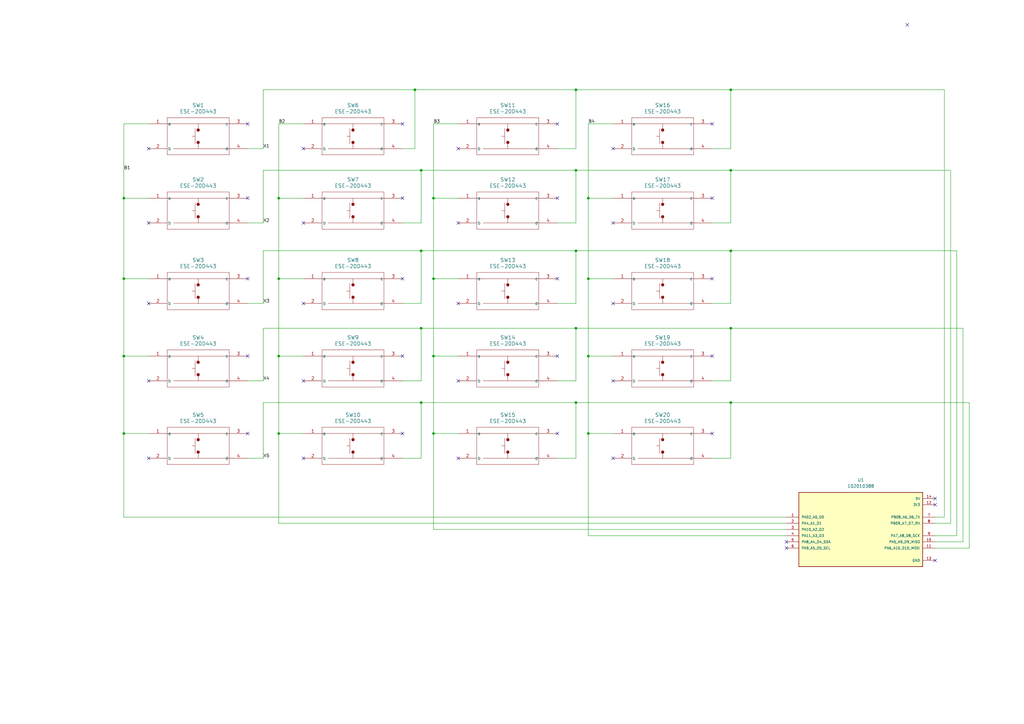
<source format=kicad_sch>
(kicad_sch (version 20250114) (generator "eeschema") (generator_version "9.0")
  (paper "A3")
  (lib_symbols
    (symbol "2025-05-18_22-54-36:ESE-20D443" (pin_names (offset 0.254))
      (property "Reference" "SW" (at 20.32 7.62 0))
      (property "Value" "ESE-20D443" (at 20.32 5.08 0))
      (symbol "ESE-20D443_0_1"
        (polyline (pts (xy 7.62 2.54) (xy 7.62 -12.7)) (stroke (width 0.127)))
        (polyline (pts (xy 7.62 0) (xy 33.02 0)) (stroke (width 0.127)))
        (polyline (pts (xy 7.62 -12.7) (xy 33.02 -12.7)) (stroke (width 0.127)))
        (polyline (pts (xy 10.16 -10.16) (xy 33.02 -10.16)) (stroke (width 0.127)))
        (polyline (pts (xy 19.05 -1.905) (xy 19.05 -8.255)) (stroke (width 0.127)))
        (polyline (pts (xy 19.05 -5.08) (xy 17.78 -5.08)) (stroke (width 0.127)))
        (polyline (pts (xy 20.32 0) (xy 20.32 -2.54)) (stroke (width 0.127)))
        (circle (center 20.32 -2.54) (radius 0.127) (stroke (width 0.508)))
        (polyline (pts (xy 20.32 -7.62) (xy 20.32 -10.16)) (stroke (width 0.127)))
        (circle (center 20.32 -7.62) (radius 0.127) (stroke (width 0.508)))
        (polyline (pts (xy 33.02 2.54) (xy 7.62 2.54)) (stroke (width 0.127)))
        (polyline (pts (xy 33.02 -12.7) (xy 33.02 2.54)) (stroke (width 0.127)))
        (pin unspecified line (at 0 0 0) (length 7.62) (name "a") (number "1"))
        (pin unspecified line (at 0 -10.16 0) (length 7.62) (name "b") (number "2"))
        (pin unspecified line (at 40.64 -10.16 180) (length 7.62) (name "d") (number "4"))
      )
      (symbol "ESE-20D443_1_1"
        (pin unspecified line (at 40.64 0 180) (length 7.62) (name "c") (number "3"))
      )
    )
    (symbol "SeedStudio:102010388" (pin_names (offset 1.016))
      (property "Reference" "U" (at -25.4 16.002 0))
      (property "Value" "102010388" (at -25.4 -17.78 0))
      (symbol "102010388_0_0"
        (rectangle (start -25.4 15.24) (end 25.4 -15.24) (stroke (width 0.254)) (fill (type background)))
        (pin bidirectional line (at -30.48 5.08 0) (length 5.08) (name "PA02_A0_D0") (number "1"))
        (pin bidirectional line (at -30.48 2.54 0) (length 5.08) (name "PA4_A1_D1") (number "2"))
        (pin bidirectional line (at -30.48 0 0) (length 5.08) (name "PA10_A2_D2") (number "3"))
        (pin bidirectional line (at -30.48 -2.54 0) (length 5.08) (name "PA11_A3_D3") (number "4"))
        (pin bidirectional line (at -30.48 -5.08 0) (length 5.08) (name "PA8_A4_D4_SDA") (number "5"))
        (pin bidirectional line (at -30.48 -7.62 0) (length 5.08) (name "PA9_A5_D5_SCL") (number "6"))
        (pin power_in line (at 30.48 12.7 180) (length 5.08) (name "5V") (number "14"))
        (pin power_in line (at 30.48 10.16 180) (length 5.08) (name "3V3") (number "12"))
        (pin bidirectional line (at 30.48 5.08 180) (length 5.08) (name "PB08_A6_D6_TX") (number "7"))
        (pin bidirectional line (at 30.48 2.54 180) (length 5.08) (name "PB09_A7_D7_RX") (number "8"))
        (pin bidirectional line (at 30.48 -2.54 180) (length 5.08) (name "PA7_A8_D8_SCK") (number "9"))
        (pin bidirectional line (at 30.48 -5.08 180) (length 5.08) (name "PA5_A9_D9_MISO") (number "10"))
        (pin bidirectional line (at 30.48 -7.62 180) (length 5.08) (name "PA6_A10_D10_MOSI") (number "11"))
        (pin power_in line (at 30.48 -12.7 180) (length 5.08) (name "GND") (number "13"))
      )
    )
  )
  (junction (at 114.3 146.05))
  (junction (at 299.72 134.62))
  (junction (at 241.3 81.28))
  (junction (at 236.22 36.83))
  (junction (at 177.8 177.8))
  (junction (at 241.3 177.8))
  (junction (at 50.8 81.28))
  (junction (at 50.8 146.05))
  (junction (at 114.3 177.8))
  (junction (at 236.22 165.1))
  (junction (at 177.8 146.05))
  (junction (at 236.22 69.85))
  (junction (at 170.18 36.83))
  (junction (at 236.22 134.62))
  (junction (at 236.22 102.87))
  (junction (at 241.3 146.05))
  (junction (at 241.3 114.3))
  (junction (at 299.72 69.85))
  (junction (at 114.3 114.3))
  (junction (at 50.8 114.3))
  (junction (at 172.72 69.85))
  (junction (at 299.72 165.1))
  (junction (at 172.72 102.87))
  (junction (at 177.8 81.28))
  (junction (at 172.72 165.1))
  (junction (at 50.8 177.8))
  (junction (at 299.72 102.87))
  (junction (at 172.72 134.62))
  (junction (at 299.72 36.83))
  (junction (at 177.8 114.3))
  (junction (at 114.3 81.28))
  (no_connect (at 165.1 114.3))
  (no_connect (at 292.1 177.8))
  (no_connect (at 60.96 124.46))
  (no_connect (at 101.6 146.05))
  (no_connect (at 228.6 114.3))
  (no_connect (at 292.1 50.8))
  (no_connect (at 228.6 177.8))
  (no_connect (at 165.1 50.8))
  (no_connect (at 101.6 114.3))
  (no_connect (at 124.46 91.44))
  (no_connect (at 251.46 156.21))
  (no_connect (at 124.46 187.96))
  (no_connect (at 383.54 229.87))
  (no_connect (at 187.96 124.46))
  (no_connect (at 251.46 124.46))
  (no_connect (at 124.46 60.96))
  (no_connect (at 383.54 207.01))
  (no_connect (at 187.96 156.21))
  (no_connect (at 165.1 177.8))
  (no_connect (at 101.6 50.8))
  (no_connect (at 60.96 60.96))
  (no_connect (at 187.96 60.96))
  (no_connect (at 383.54 204.47))
  (no_connect (at 187.96 187.96))
  (no_connect (at -99.06 66.04))
  (no_connect (at 228.6 81.28))
  (no_connect (at 124.46 124.46))
  (no_connect (at 60.96 156.21))
  (no_connect (at 165.1 81.28))
  (no_connect (at 101.6 177.8))
  (no_connect (at 322.58 224.79))
  (no_connect (at 292.1 114.3))
  (no_connect (at 124.46 156.21))
  (no_connect (at 228.6 50.8))
  (no_connect (at 292.1 146.05))
  (no_connect (at 251.46 91.44))
  (no_connect (at 251.46 60.96))
  (no_connect (at 187.96 91.44))
  (no_connect (at 60.96 187.96))
  (no_connect (at 372.11 10.16))
  (no_connect (at 228.6 146.05))
  (no_connect (at 101.6 81.28))
  (no_connect (at 165.1 146.05))
  (no_connect (at 322.58 222.25))
  (no_connect (at 292.1 81.28))
  (no_connect (at 251.46 187.96))
  (no_connect (at 60.96 91.44))
  (wire (pts (xy 299.72 124.46) (xy 292.1 124.46)))
  (wire (pts (xy 101.6 60.96) (xy 107.95 60.96)))
  (wire (pts (xy 236.22 69.85) (xy 299.72 69.85)))
  (wire (pts (xy 177.8 177.8) (xy 187.96 177.8)))
  (wire (pts (xy 299.72 91.44) (xy 292.1 91.44)))
  (wire (pts (xy 107.95 60.96) (xy 107.95 36.83)))
  (wire (pts (xy 392.43 219.71) (xy 383.54 219.71)))
  (wire (pts (xy 50.8 146.05) (xy 60.96 146.05)))
  (wire (pts (xy 172.72 102.87) (xy 172.72 124.46)))
  (wire (pts (xy 392.43 102.87) (xy 392.43 219.71)))
  (wire (pts (xy 177.8 146.05) (xy 187.96 146.05)))
  (wire (pts (xy 107.95 102.87) (xy 172.72 102.87)))
  (wire (pts (xy 241.3 50.8) (xy 241.3 81.28)))
  (wire (pts (xy 236.22 36.83) (xy 236.22 60.96)))
  (wire (pts (xy 107.95 91.44) (xy 107.95 69.85)))
  (wire (pts (xy 114.3 146.05) (xy 114.3 177.8)))
  (wire (pts (xy 114.3 146.05) (xy 124.46 146.05)))
  (wire (pts (xy 50.8 146.05) (xy 50.8 177.8)))
  (wire (pts (xy 114.3 177.8) (xy 114.3 214.63)))
  (wire (pts (xy 172.72 165.1) (xy 236.22 165.1)))
  (wire (pts (xy 299.72 165.1) (xy 299.72 187.96)))
  (wire (pts (xy 165.1 156.21) (xy 172.72 156.21)))
  (wire (pts (xy 50.8 50.8) (xy 50.8 81.28)))
  (wire (pts (xy 172.72 134.62) (xy 172.72 156.21)))
  (wire (pts (xy 241.3 177.8) (xy 241.3 219.71)))
  (wire (pts (xy 397.51 224.79) (xy 383.54 224.79)))
  (wire (pts (xy 107.95 187.96) (xy 107.95 165.1)))
  (wire (pts (xy 387.35 212.09) (xy 383.54 212.09)))
  (wire (pts (xy 177.8 114.3) (xy 187.96 114.3)))
  (wire (pts (xy 228.6 156.21) (xy 236.22 156.21)))
  (wire (pts (xy 177.8 50.8) (xy 177.8 81.28)))
  (wire (pts (xy 241.3 146.05) (xy 251.46 146.05)))
  (wire (pts (xy 165.1 60.96) (xy 170.18 60.96)))
  (wire (pts (xy 299.72 60.96) (xy 292.1 60.96)))
  (wire (pts (xy 107.95 124.46) (xy 107.95 102.87)))
  (wire (pts (xy 299.72 187.96) (xy 292.1 187.96)))
  (wire (pts (xy 241.3 114.3) (xy 241.3 146.05)))
  (wire (pts (xy 228.6 60.96) (xy 236.22 60.96)))
  (wire (pts (xy 228.6 187.96) (xy 236.22 187.96)))
  (wire (pts (xy 177.8 177.8) (xy 177.8 217.17)))
  (wire (pts (xy 107.95 165.1) (xy 172.72 165.1)))
  (wire (pts (xy 299.72 134.62) (xy 394.97 134.62)))
  (wire (pts (xy 50.8 177.8) (xy 60.96 177.8)))
  (wire (pts (xy 114.3 81.28) (xy 114.3 114.3)))
  (wire (pts (xy 177.8 81.28) (xy 177.8 114.3)))
  (wire (pts (xy 389.89 214.63) (xy 383.54 214.63)))
  (wire (pts (xy 165.1 124.46) (xy 172.72 124.46)))
  (wire (pts (xy 187.96 50.8) (xy 177.8 50.8)))
  (wire (pts (xy 114.3 214.63) (xy 322.58 214.63)))
  (wire (pts (xy 60.96 50.8) (xy 50.8 50.8)))
  (wire (pts (xy 107.95 69.85) (xy 172.72 69.85)))
  (wire (pts (xy 236.22 102.87) (xy 236.22 124.46)))
  (wire (pts (xy 177.8 81.28) (xy 187.96 81.28)))
  (wire (pts (xy 172.72 102.87) (xy 236.22 102.87)))
  (wire (pts (xy 251.46 50.8) (xy 241.3 50.8)))
  (wire (pts (xy 177.8 114.3) (xy 177.8 146.05)))
  (wire (pts (xy 177.8 146.05) (xy 177.8 177.8)))
  (wire (pts (xy 394.97 222.25) (xy 383.54 222.25)))
  (wire (pts (xy 114.3 177.8) (xy 124.46 177.8)))
  (wire (pts (xy 236.22 165.1) (xy 236.22 187.96)))
  (wire (pts (xy 299.72 102.87) (xy 299.72 124.46)))
  (wire (pts (xy 299.72 36.83) (xy 299.72 60.96)))
  (wire (pts (xy 50.8 114.3) (xy 50.8 146.05)))
  (wire (pts (xy 172.72 69.85) (xy 236.22 69.85)))
  (wire (pts (xy 236.22 165.1) (xy 299.72 165.1)))
  (wire (pts (xy 228.6 91.44) (xy 236.22 91.44)))
  (wire (pts (xy 299.72 69.85) (xy 389.89 69.85)))
  (wire (pts (xy 170.18 36.83) (xy 236.22 36.83)))
  (wire (pts (xy 101.6 91.44) (xy 107.95 91.44)))
  (wire (pts (xy 124.46 50.8) (xy 114.3 50.8)))
  (wire (pts (xy 107.95 36.83) (xy 170.18 36.83)))
  (wire (pts (xy 50.8 114.3) (xy 60.96 114.3)))
  (wire (pts (xy 299.72 69.85) (xy 299.72 91.44)))
  (wire (pts (xy 299.72 36.83) (xy 387.35 36.83)))
  (wire (pts (xy 299.72 134.62) (xy 299.72 156.21)))
  (wire (pts (xy 236.22 36.83) (xy 299.72 36.83)))
  (wire (pts (xy 165.1 91.44) (xy 172.72 91.44)))
  (wire (pts (xy 107.95 134.62) (xy 172.72 134.62)))
  (wire (pts (xy 172.72 69.85) (xy 172.72 91.44)))
  (wire (pts (xy 236.22 134.62) (xy 236.22 156.21)))
  (wire (pts (xy 50.8 81.28) (xy 50.8 114.3)))
  (wire (pts (xy 107.95 156.21) (xy 107.95 134.62)))
  (wire (pts (xy 299.72 165.1) (xy 397.51 165.1)))
  (wire (pts (xy 114.3 50.8) (xy 114.3 81.28)))
  (wire (pts (xy 236.22 69.85) (xy 236.22 91.44)))
  (wire (pts (xy 101.6 156.21) (xy 107.95 156.21)))
  (wire (pts (xy 397.51 165.1) (xy 397.51 224.79)))
  (wire (pts (xy 241.3 146.05) (xy 241.3 177.8)))
  (wire (pts (xy 101.6 187.96) (xy 107.95 187.96)))
  (wire (pts (xy 299.72 156.21) (xy 292.1 156.21)))
  (wire (pts (xy 236.22 102.87) (xy 299.72 102.87)))
  (wire (pts (xy 228.6 124.46) (xy 236.22 124.46)))
  (wire (pts (xy 165.1 187.96) (xy 172.72 187.96)))
  (wire (pts (xy 236.22 134.62) (xy 299.72 134.62)))
  (wire (pts (xy 172.72 165.1) (xy 172.72 187.96)))
  (wire (pts (xy 177.8 217.17) (xy 322.58 217.17)))
  (wire (pts (xy 389.89 69.85) (xy 389.89 214.63)))
  (wire (pts (xy 241.3 177.8) (xy 251.46 177.8)))
  (wire (pts (xy 299.72 102.87) (xy 392.43 102.87)))
  (wire (pts (xy 241.3 81.28) (xy 241.3 114.3)))
  (wire (pts (xy 387.35 36.83) (xy 387.35 212.09)))
  (wire (pts (xy 241.3 114.3) (xy 251.46 114.3)))
  (wire (pts (xy 101.6 124.46) (xy 107.95 124.46)))
  (wire (pts (xy 114.3 114.3) (xy 124.46 114.3)))
  (wire (pts (xy 50.8 177.8) (xy 50.8 212.09)))
  (wire (pts (xy 50.8 212.09) (xy 322.58 212.09)))
  (wire (pts (xy 394.97 134.62) (xy 394.97 222.25)))
  (wire (pts (xy 172.72 134.62) (xy 236.22 134.62)))
  (wire (pts (xy 50.8 81.28) (xy 60.96 81.28)))
  (wire (pts (xy 114.3 114.3) (xy 114.3 146.05)))
  (wire (pts (xy 241.3 81.28) (xy 251.46 81.28)))
  (wire (pts (xy 170.18 36.83) (xy 170.18 60.96)))
  (wire (pts (xy 114.3 81.28) (xy 124.46 81.28)))
  (wire (pts (xy 241.3 219.71) (xy 322.58 219.71)))
  (label "B4" (at 241.3 50.8 0))
  (label "X5" (at 107.95 187.96 0))
  (label "B3" (at 177.8 50.8 0))
  (label "B1" (at 50.8 69.85 0))
  (label "X4" (at 107.95 156.21 0))
  (label "X3" (at 107.95 124.46 0))
  (label "X2" (at 107.95 91.44 0))
  (label "B2" (at 114.3 50.8 0))
  (label "X1" (at 107.95 60.96 0))
  (symbol (lib_id "2025-05-18_22-54-36:ESE-20D443") (at 124.46 177.8 0) (unit 1)
    (property "Reference" "SW10" (at 144.78 170.18 0) (effects (font (size 1.524 1.524))))
    (property "Value" "ESE-20D443" (at 144.78 172.72 0) (effects (font (size 1.524 1.524))))
    (property "Footprint" "SW4_ESE-20D443_PAN" (effects (hide yes)))
    (property "Datasheet" "ESE-20D443" (effects (hide yes)))
  )
  (symbol (lib_id "2025-05-18_22-54-36:ESE-20D443") (at 251.46 177.8 0) (unit 1)
    (property "Reference" "SW20" (at 271.78 170.18 0) (effects (font (size 1.524 1.524))))
    (property "Value" "ESE-20D443" (at 271.78 172.72 0) (effects (font (size 1.524 1.524))))
    (property "Footprint" "SW4_ESE-20D443_PAN" (effects (hide yes)))
    (property "Datasheet" "ESE-20D443" (effects (hide yes)))
  )
  (symbol (lib_id "2025-05-18_22-54-36:ESE-20D443") (at 124.46 50.8 0) (unit 1)
    (property "Reference" "SW6" (at 144.78 43.18 0) (effects (font (size 1.524 1.524))))
    (property "Value" "ESE-20D443" (at 144.78 45.72 0) (effects (font (size 1.524 1.524))))
    (property "Footprint" "SW4_ESE-20D443_PAN" (effects (hide yes)))
    (property "Datasheet" "ESE-20D443" (effects (hide yes)))
  )
  (symbol (lib_id "2025-05-18_22-54-36:ESE-20D443") (at 60.96 146.05 0) (unit 1)
    (property "Reference" "SW4" (at 81.28 138.43 0) (effects (font (size 1.524 1.524))))
    (property "Value" "ESE-20D443" (at 81.28 140.97 0) (effects (font (size 1.524 1.524))))
    (property "Footprint" "SW4_ESE-20D443_PAN" (effects (hide yes)))
    (property "Datasheet" "ESE-20D443" (effects (hide yes)))
  )
  (symbol (lib_id "2025-05-18_22-54-36:ESE-20D443") (at 124.46 146.05 0) (unit 1)
    (property "Reference" "SW9" (at 144.78 138.43 0) (effects (font (size 1.524 1.524))))
    (property "Value" "ESE-20D443" (at 144.78 140.97 0) (effects (font (size 1.524 1.524))))
    (property "Footprint" "SW4_ESE-20D443_PAN" (effects (hide yes)))
    (property "Datasheet" "ESE-20D443" (effects (hide yes)))
  )
  (symbol (lib_id "2025-05-18_22-54-36:ESE-20D443") (at 60.96 81.28 0) (unit 1)
    (property "Reference" "SW2" (at 81.28 73.66 0) (effects (font (size 1.524 1.524))))
    (property "Value" "ESE-20D443" (at 81.28 76.2 0) (effects (font (size 1.524 1.524))))
    (property "Footprint" "SW4_ESE-20D443_PAN" (effects (hide yes)))
    (property "Datasheet" "ESE-20D443" (effects (hide yes)))
  )
  (symbol (lib_id "2025-05-18_22-54-36:ESE-20D443") (at 251.46 146.05 0) (unit 1)
    (property "Reference" "SW19" (at 271.78 138.43 0) (effects (font (size 1.524 1.524))))
    (property "Value" "ESE-20D443" (at 271.78 140.97 0) (effects (font (size 1.524 1.524))))
    (property "Footprint" "SW4_ESE-20D443_PAN" (effects (hide yes)))
    (property "Datasheet" "ESE-20D443" (effects (hide yes)))
  )
  (symbol (lib_id "2025-05-18_22-54-36:ESE-20D443") (at 60.96 177.8 0) (unit 1)
    (property "Reference" "SW5" (at 81.28 170.18 0) (effects (font (size 1.524 1.524))))
    (property "Value" "ESE-20D443" (at 81.28 172.72 0) (effects (font (size 1.524 1.524))))
    (property "Footprint" "SW4_ESE-20D443_PAN" (effects (hide yes)))
    (property "Datasheet" "ESE-20D443" (effects (hide yes)))
  )
  (symbol (lib_id "2025-05-18_22-54-36:ESE-20D443") (at 187.96 177.8 0) (unit 1)
    (property "Reference" "SW15" (at 208.28 170.18 0) (effects (font (size 1.524 1.524))))
    (property "Value" "ESE-20D443" (at 208.28 172.72 0) (effects (font (size 1.524 1.524))))
    (property "Footprint" "SW4_ESE-20D443_PAN" (effects (hide yes)))
    (property "Datasheet" "ESE-20D443" (effects (hide yes)))
  )
  (symbol (lib_id "2025-05-18_22-54-36:ESE-20D443") (at 60.96 50.8 0) (unit 1)
    (property "Reference" "SW1" (at 81.28 43.18 0) (effects (font (size 1.524 1.524))))
    (property "Value" "ESE-20D443" (at 81.28 45.72 0) (effects (font (size 1.524 1.524))))
    (property "Footprint" "SW4_ESE-20D443_PAN" (effects (hide yes)))
    (property "Datasheet" "ESE-20D443" (effects (hide yes)))
  )
  (symbol (lib_id "2025-05-18_22-54-36:ESE-20D443") (at 251.46 81.28 0) (unit 1)
    (property "Reference" "SW17" (at 271.78 73.66 0) (effects (font (size 1.524 1.524))))
    (property "Value" "ESE-20D443" (at 271.78 76.2 0) (effects (font (size 1.524 1.524))))
    (property "Footprint" "SW4_ESE-20D443_PAN" (effects (hide yes)))
    (property "Datasheet" "ESE-20D443" (effects (hide yes)))
  )
  (symbol (lib_id "2025-05-18_22-54-36:ESE-20D443") (at 124.46 81.28 0) (unit 1)
    (property "Reference" "SW7" (at 144.78 73.66 0) (effects (font (size 1.524 1.524))))
    (property "Value" "ESE-20D443" (at 144.78 76.2 0) (effects (font (size 1.524 1.524))))
    (property "Footprint" "SW4_ESE-20D443_PAN" (effects (hide yes)))
    (property "Datasheet" "ESE-20D443" (effects (hide yes)))
  )
  (symbol (lib_id "SeedStudio:102010388") (at 353.06 217.17 0) (unit 1)
    (property "Reference" "U1" (at 353.06 196.85 0))
    (property "Value" "102010388" (at 353.06 199.39 0))
    (property "Footprint" "SeedStudio:MODULE_113991054" (effects (hide yes)))
    (property "MF" "Seeed Technology Co., Ltd" (effects (hide yes)))
    (property "MAXIMUM_PACKAGE_HEIGHT" "N/A" (effects (hide yes)))
    (property "Package" "None" (effects (hide yes)))
    (property "Price" "None" (effects (hide yes)))
    (property "Check_prices" "https://www.snapeda.com/parts/102010388/Seeed+Studio/view-part/?ref=eda" (effects (hide yes)))
    (property "STANDARD" "Manufacturer Recommendations" (effects (hide yes)))
    (property "PARTREV" "N/A" (effects (hide yes)))
    (property "SnapEDA_Link" "https://www.snapeda.com/parts/102010388/Seeed+Studio/view-part/?ref=snap" (effects (hide yes)))
    (property "MP" "102010388" (effects (hide yes)))
    (property "Description_1" "\n                        \n                            Seeeduino XIAO Development Board, Pre-Soldered [Seeed Studio] 102010388 Seeeduino XIAO Development Board, Pre-Soldered\n                        \n" (effects (hide yes)))
    (property "MANUFACTURER" "Seeed Technology" (effects (hide yes)))
    (property "Availability" "In Stock" (effects (hide yes)))
    (property "SNAPEDA_PN" "102010388" (effects (hide yes)))
  )
  (symbol (lib_id "2025-05-18_22-54-36:ESE-20D443") (at 251.46 114.3 0) (unit 1)
    (property "Reference" "SW18" (at 271.78 106.68 0) (effects (font (size 1.524 1.524))))
    (property "Value" "ESE-20D443" (at 271.78 109.22 0) (effects (font (size 1.524 1.524))))
    (property "Footprint" "SW4_ESE-20D443_PAN" (effects (hide yes)))
    (property "Datasheet" "ESE-20D443" (effects (hide yes)))
  )
  (symbol (lib_id "2025-05-18_22-54-36:ESE-20D443") (at 187.96 114.3 0) (unit 1)
    (property "Reference" "SW13" (at 208.28 106.68 0) (effects (font (size 1.524 1.524))))
    (property "Value" "ESE-20D443" (at 208.28 109.22 0) (effects (font (size 1.524 1.524))))
    (property "Footprint" "SW4_ESE-20D443_PAN" (effects (hide yes)))
    (property "Datasheet" "ESE-20D443" (effects (hide yes)))
  )
  (symbol (lib_id "2025-05-18_22-54-36:ESE-20D443") (at 124.46 114.3 0) (unit 1)
    (property "Reference" "SW8" (at 144.78 106.68 0) (effects (font (size 1.524 1.524))))
    (property "Value" "ESE-20D443" (at 144.78 109.22 0) (effects (font (size 1.524 1.524))))
    (property "Footprint" "SW4_ESE-20D443_PAN" (effects (hide yes)))
    (property "Datasheet" "ESE-20D443" (effects (hide yes)))
  )
  (symbol (lib_id "2025-05-18_22-54-36:ESE-20D443") (at 187.96 81.28 0) (unit 1)
    (property "Reference" "SW12" (at 208.28 73.66 0) (effects (font (size 1.524 1.524))))
    (property "Value" "ESE-20D443" (at 208.28 76.2 0) (effects (font (size 1.524 1.524))))
    (property "Footprint" "SW4_ESE-20D443_PAN" (effects (hide yes)))
    (property "Datasheet" "ESE-20D443" (effects (hide yes)))
  )
  (symbol (lib_id "2025-05-18_22-54-36:ESE-20D443") (at 187.96 50.8 0) (unit 1)
    (property "Reference" "SW11" (at 208.28 43.18 0) (effects (font (size 1.524 1.524))))
    (property "Value" "ESE-20D443" (at 208.28 45.72 0) (effects (font (size 1.524 1.524))))
    (property "Footprint" "SW4_ESE-20D443_PAN" (effects (hide yes)))
    (property "Datasheet" "ESE-20D443" (effects (hide yes)))
  )
  (symbol (lib_id "2025-05-18_22-54-36:ESE-20D443") (at 251.46 50.8 0) (unit 1)
    (property "Reference" "SW16" (at 271.78 43.18 0) (effects (font (size 1.524 1.524))))
    (property "Value" "ESE-20D443" (at 271.78 45.72 0) (effects (font (size 1.524 1.524))))
    (property "Footprint" "SW4_ESE-20D443_PAN" (effects (hide yes)))
    (property "Datasheet" "ESE-20D443" (effects (hide yes)))
  )
  (symbol (lib_id "2025-05-18_22-54-36:ESE-20D443") (at 187.96 146.05 0) (unit 1)
    (property "Reference" "SW14" (at 208.28 138.43 0) (effects (font (size 1.524 1.524))))
    (property "Value" "ESE-20D443" (at 208.28 140.97 0) (effects (font (size 1.524 1.524))))
    (property "Footprint" "SW4_ESE-20D443_PAN" (effects (hide yes)))
    (property "Datasheet" "ESE-20D443" (effects (hide yes)))
  )
  (symbol (lib_id "2025-05-18_22-54-36:ESE-20D443") (at 60.96 114.3 0) (unit 1)
    (property "Reference" "SW3" (at 81.28 106.68 0) (effects (font (size 1.524 1.524))))
    (property "Value" "ESE-20D443" (at 81.28 109.22 0) (effects (font (size 1.524 1.524))))
    (property "Footprint" "SW4_ESE-20D443_PAN" (effects (hide yes)))
    (property "Datasheet" "ESE-20D443" (effects (hide yes)))
  )
)
</source>
